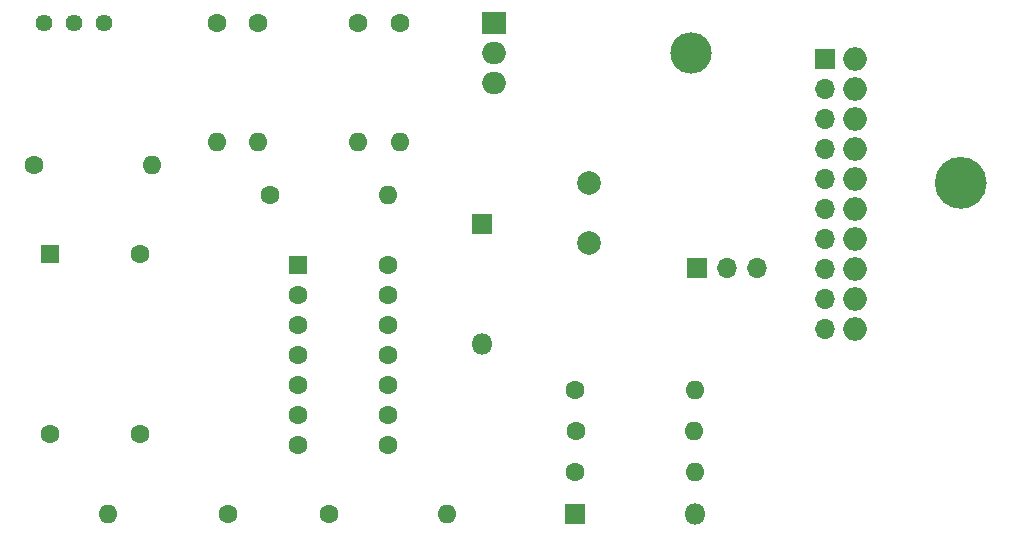
<source format=gbr>
%TF.GenerationSoftware,KiCad,Pcbnew,8.0.4*%
%TF.CreationDate,2024-08-20T14:49:07-07:00*%
%TF.ProjectId,oscillator,6f736369-6c6c-4617-946f-722e6b696361,rev?*%
%TF.SameCoordinates,Original*%
%TF.FileFunction,Soldermask,Bot*%
%TF.FilePolarity,Negative*%
%FSLAX46Y46*%
G04 Gerber Fmt 4.6, Leading zero omitted, Abs format (unit mm)*
G04 Created by KiCad (PCBNEW 8.0.4) date 2024-08-20 14:49:07*
%MOMM*%
%LPD*%
G01*
G04 APERTURE LIST*
%ADD10C,2.200000*%
%ADD11C,1.600000*%
%ADD12O,1.600000X1.600000*%
%ADD13R,1.600000X1.600000*%
%ADD14R,1.800000X1.800000*%
%ADD15O,1.800000X1.800000*%
%ADD16C,2.000000*%
%ADD17O,3.500000X3.500000*%
%ADD18R,2.000000X1.905000*%
%ADD19O,2.000000X1.905000*%
%ADD20R,1.700000X1.700000*%
%ADD21O,1.700000X1.700000*%
%ADD22O,2.000000X2.000000*%
%ADD23C,1.440000*%
G04 APERTURE END LIST*
D10*
X184100000Y-84000000D02*
G75*
G02*
X181900000Y-84000000I-1100000J0D01*
G01*
X181900000Y-84000000D02*
G75*
G02*
X184100000Y-84000000I1100000J0D01*
G01*
D11*
%TO.C,C7*%
X150420000Y-105000000D03*
D12*
X160420000Y-105000000D03*
%TD*%
D11*
%TO.C,C2*%
X132000000Y-70500000D03*
D12*
X132000000Y-80500000D03*
%TD*%
D11*
%TO.C,C8*%
X129500000Y-112000000D03*
D12*
X139500000Y-112000000D03*
%TD*%
D11*
%TO.C,C1*%
X135500000Y-70500000D03*
D12*
X135500000Y-80500000D03*
%TD*%
D13*
%TO.C,U2*%
X126880000Y-90960000D03*
D11*
X126880000Y-93500000D03*
X126880000Y-96040000D03*
X126880000Y-98580000D03*
X126880000Y-101120000D03*
X126880000Y-103660000D03*
X126880000Y-106200000D03*
X134500000Y-106200000D03*
X134500000Y-103660000D03*
X134500000Y-101120000D03*
X134500000Y-98580000D03*
X134500000Y-96040000D03*
X134500000Y-93500000D03*
X134500000Y-90960000D03*
%TD*%
D14*
%TO.C,D1*%
X142500000Y-87500000D03*
D15*
X142500000Y-97660000D03*
%TD*%
D11*
%TO.C,C6*%
X104500000Y-82500000D03*
D12*
X114500000Y-82500000D03*
%TD*%
D13*
%TO.C,Y1*%
X105880000Y-90000000D03*
D11*
X105880000Y-105240000D03*
X113500000Y-105240000D03*
X113500000Y-90000000D03*
%TD*%
D16*
%TO.C,F1*%
X151500000Y-84000000D03*
X151500000Y-89080000D03*
%TD*%
D17*
%TO.C,U1*%
X160160000Y-73040000D03*
D18*
X143500000Y-70500000D03*
D19*
X143500000Y-73040000D03*
X143500000Y-75580000D03*
%TD*%
D11*
%TO.C,C3*%
X120000000Y-70500000D03*
D12*
X120000000Y-80500000D03*
%TD*%
D11*
%TO.C,C4*%
X123500000Y-70500000D03*
D12*
X123500000Y-80500000D03*
%TD*%
D11*
%TO.C,R1*%
X150340000Y-101500000D03*
D12*
X160500000Y-101500000D03*
%TD*%
D11*
%TO.C,R4*%
X150340000Y-108500000D03*
D12*
X160500000Y-108500000D03*
%TD*%
D14*
%TO.C,D2*%
X150340000Y-112000000D03*
D15*
X160500000Y-112000000D03*
%TD*%
D20*
%TO.C,P2*%
X160645504Y-91248248D03*
D21*
X163185504Y-91248248D03*
X165725504Y-91248248D03*
%TD*%
D20*
%TO.C,J1*%
X171500000Y-73500000D03*
D21*
X171500000Y-76040000D03*
X171500000Y-78580000D03*
X171500000Y-81120000D03*
X171500000Y-83660000D03*
X171500000Y-86200000D03*
X171500000Y-88740000D03*
X171500000Y-91280000D03*
X171500000Y-93820000D03*
X171500000Y-96360000D03*
D22*
X174040000Y-73500000D03*
X174040000Y-76040000D03*
X174040000Y-78580000D03*
X174040000Y-81120000D03*
X174040000Y-83660000D03*
X174040000Y-86200000D03*
X174040000Y-88740000D03*
X174040000Y-91280000D03*
X174040000Y-93820000D03*
X174040000Y-96360000D03*
%TD*%
D23*
%TO.C,R2*%
X110500000Y-70500000D03*
X107960000Y-70500000D03*
X105420000Y-70500000D03*
%TD*%
D11*
%TO.C,R5*%
X121000000Y-112000000D03*
D12*
X110840000Y-112000000D03*
%TD*%
D11*
%TO.C,C5*%
X124500000Y-85000000D03*
D12*
X134500000Y-85000000D03*
%TD*%
M02*

</source>
